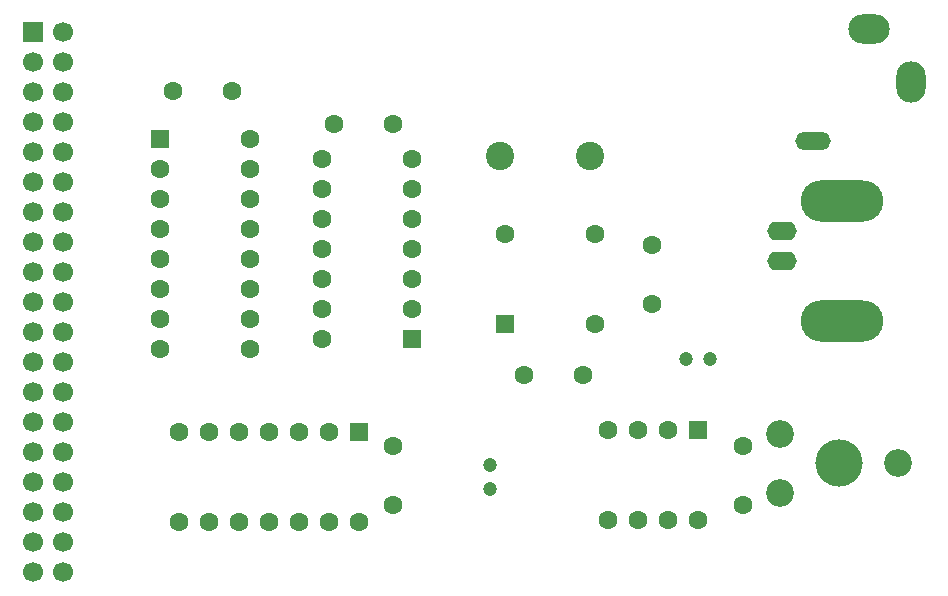
<source format=gbr>
%TF.GenerationSoftware,KiCad,Pcbnew,9.0.2*%
%TF.CreationDate,2025-06-11T12:23:04+01:00*%
%TF.ProjectId,SoundCard,536f756e-6443-4617-9264-2e6b69636164,rev?*%
%TF.SameCoordinates,Original*%
%TF.FileFunction,Soldermask,Top*%
%TF.FilePolarity,Negative*%
%FSLAX46Y46*%
G04 Gerber Fmt 4.6, Leading zero omitted, Abs format (unit mm)*
G04 Created by KiCad (PCBNEW 9.0.2) date 2025-06-11 12:23:04*
%MOMM*%
%LPD*%
G01*
G04 APERTURE LIST*
G04 Aperture macros list*
%AMRoundRect*
0 Rectangle with rounded corners*
0 $1 Rounding radius*
0 $2 $3 $4 $5 $6 $7 $8 $9 X,Y pos of 4 corners*
0 Add a 4 corners polygon primitive as box body*
4,1,4,$2,$3,$4,$5,$6,$7,$8,$9,$2,$3,0*
0 Add four circle primitives for the rounded corners*
1,1,$1+$1,$2,$3*
1,1,$1+$1,$4,$5*
1,1,$1+$1,$6,$7*
1,1,$1+$1,$8,$9*
0 Add four rect primitives between the rounded corners*
20,1,$1+$1,$2,$3,$4,$5,0*
20,1,$1+$1,$4,$5,$6,$7,0*
20,1,$1+$1,$6,$7,$8,$9,0*
20,1,$1+$1,$8,$9,$2,$3,0*%
G04 Aperture macros list end*
%ADD10RoundRect,0.250000X-0.550000X0.550000X-0.550000X-0.550000X0.550000X-0.550000X0.550000X0.550000X0*%
%ADD11C,1.600000*%
%ADD12R,1.600000X1.600000*%
%ADD13C,1.200000*%
%ADD14C,2.400000*%
%ADD15RoundRect,0.250000X0.550000X0.550000X-0.550000X0.550000X-0.550000X-0.550000X0.550000X-0.550000X0*%
%ADD16RoundRect,0.250000X-0.550000X-0.550000X0.550000X-0.550000X0.550000X0.550000X-0.550000X0.550000X0*%
%ADD17R,1.700000X1.700000*%
%ADD18C,1.700000*%
%ADD19O,3.000000X1.500000*%
%ADD20O,2.500000X3.500000*%
%ADD21O,3.500000X2.500000*%
%ADD22C,4.000000*%
%ADD23C,2.340000*%
%ADD24O,2.500000X1.600000*%
%ADD25O,7.000000X3.500000*%
G04 APERTURE END LIST*
D10*
%TO.C,U3*%
X183337200Y-94239000D03*
D11*
X180797200Y-94239000D03*
X178257200Y-94239000D03*
X175717200Y-94239000D03*
X175717200Y-101859000D03*
X178257200Y-101859000D03*
X180797200Y-101859000D03*
X183337200Y-101859000D03*
%TD*%
D12*
%TO.C,Y1*%
X166979600Y-85191600D03*
D11*
X174599600Y-85191600D03*
X174599600Y-77571600D03*
X166979600Y-77571600D03*
%TD*%
%TO.C,C3*%
X187147200Y-95544000D03*
X187147200Y-100544000D03*
%TD*%
D13*
%TO.C,C2*%
X165709600Y-99180400D03*
X165709600Y-97180400D03*
%TD*%
D14*
%TO.C,R1*%
X174176200Y-70967600D03*
X166556200Y-70967600D03*
%TD*%
D13*
%TO.C,C1*%
X182337200Y-88188800D03*
X184337200Y-88188800D03*
%TD*%
D10*
%TO.C,U2*%
X154635200Y-94386400D03*
D11*
X152095200Y-94386400D03*
X149555200Y-94386400D03*
X147015200Y-94386400D03*
X144475200Y-94386400D03*
X141935200Y-94386400D03*
X139395200Y-94386400D03*
X139395200Y-102006400D03*
X141935200Y-102006400D03*
X144475200Y-102006400D03*
X147015200Y-102006400D03*
X149555200Y-102006400D03*
X152095200Y-102006400D03*
X154635200Y-102006400D03*
%TD*%
D15*
%TO.C,U4*%
X159151400Y-86512400D03*
D11*
X159151400Y-83972400D03*
X159151400Y-81432400D03*
X159151400Y-78892400D03*
X159151400Y-76352400D03*
X159151400Y-73812400D03*
X159151400Y-71272400D03*
X151531400Y-71272400D03*
X151531400Y-73812400D03*
X151531400Y-76352400D03*
X151531400Y-78892400D03*
X151531400Y-81432400D03*
X151531400Y-83972400D03*
X151531400Y-86512400D03*
%TD*%
D16*
%TO.C,U1*%
X137774600Y-69596000D03*
D11*
X137774600Y-72136000D03*
X137774600Y-74676000D03*
X137774600Y-77216000D03*
X137774600Y-79756000D03*
X137774600Y-82296000D03*
X137774600Y-84836000D03*
X137774600Y-87376000D03*
X145394600Y-87376000D03*
X145394600Y-84836000D03*
X145394600Y-82296000D03*
X145394600Y-79756000D03*
X145394600Y-77216000D03*
X145394600Y-74676000D03*
X145394600Y-72136000D03*
X145394600Y-69596000D03*
%TD*%
D17*
%TO.C,J2*%
X127012800Y-60487600D03*
D18*
X129552800Y-60487600D03*
X127012800Y-63027600D03*
X129552800Y-63027600D03*
X127012800Y-65567600D03*
X129552800Y-65567600D03*
X127012800Y-68107600D03*
X129552800Y-68107600D03*
X127012800Y-70647600D03*
X129552800Y-70647600D03*
X127012800Y-73187600D03*
X129552800Y-73187600D03*
X127012800Y-75727600D03*
X129552800Y-75727600D03*
X127012800Y-78267600D03*
X129552800Y-78267600D03*
X127012800Y-80807600D03*
X129552800Y-80807600D03*
X127012800Y-83347600D03*
X129552800Y-83347600D03*
X127012800Y-85887600D03*
X129552800Y-85887600D03*
X127012800Y-88427600D03*
X129552800Y-88427600D03*
X127012800Y-90967600D03*
X129552800Y-90967600D03*
X127012800Y-93507600D03*
X129552800Y-93507600D03*
X127012800Y-96047600D03*
X129552800Y-96047600D03*
X127012800Y-98587600D03*
X129552800Y-98587600D03*
X127012800Y-101127600D03*
X129552800Y-101127600D03*
X127012800Y-103667600D03*
X129552800Y-103667600D03*
X127012800Y-106207600D03*
X129552800Y-106207600D03*
%TD*%
D11*
%TO.C,C5*%
X173594400Y-89560400D03*
X168594400Y-89560400D03*
%TD*%
%TO.C,C7*%
X157530800Y-95594800D03*
X157530800Y-100594800D03*
%TD*%
%TO.C,C6*%
X138876400Y-65532000D03*
X143876400Y-65532000D03*
%TD*%
D19*
%TO.C,J1*%
X193066800Y-69719200D03*
D20*
X201366800Y-64719200D03*
D21*
X197866800Y-60219200D03*
%TD*%
D11*
%TO.C,C8*%
X157541600Y-68326000D03*
X152541600Y-68326000D03*
%TD*%
D22*
%TO.C,RV1*%
X195275200Y-97028000D03*
D23*
X190275200Y-99528000D03*
X200275200Y-97028000D03*
X190275200Y-94528000D03*
%TD*%
D11*
%TO.C,C4*%
X179425600Y-83526000D03*
X179425600Y-78526000D03*
%TD*%
D24*
%TO.C,J3*%
X190449200Y-79908400D03*
D25*
X195529200Y-74828400D03*
D24*
X190449200Y-77368400D03*
D25*
X195529200Y-84988400D03*
%TD*%
M02*

</source>
